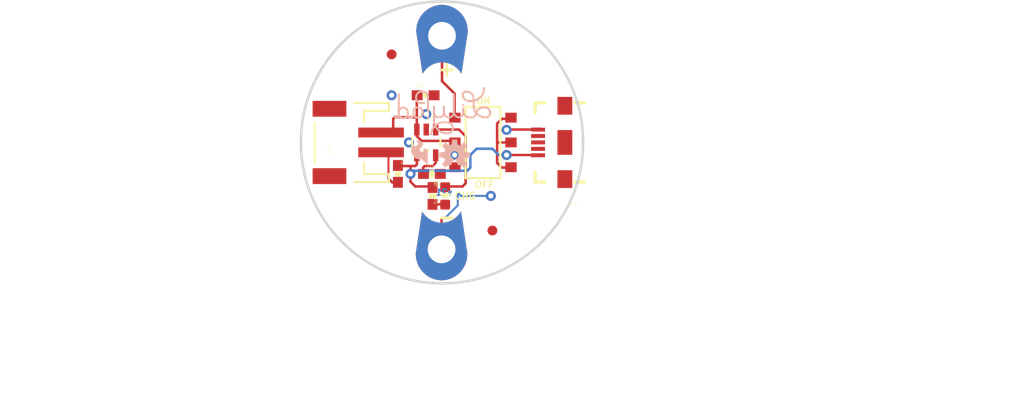
<source format=kicad_pcb>
(kicad_pcb (version 20211014) (generator pcbnew)
  (layers (0 "F.Cu" signal) (31 "B.Cu" signal) (34 "B.Paste" user) (35 "F.Paste" user) (36 "B.SilkS" user "B.Silkscreen") (37 "F.SilkS" user "F.Silkscreen") (38 "B.Mask" user) (39 "F.Mask" user) (44 "Edge.Cuts" user))
  (net 0 "")
  (net 1 "N$1")
  (net 2 "SINK1")
  (net 3 "N$3")
  (net 4 "N$4")
  (net 5 "N$5")
  (net 6 "N$7")
  (net 7 "VCC")
  (net 8 "GND")
  (footprint "boardEagle:0603-RES" (layer "F.Cu") (at 147.4851 108.1786 180)
    (fp_text reference "R4" (at -0.889 -0.762 180) (layer "F.SilkS") (effects (font (size 0.373888 0.373888) (thickness 0.032512)) (justify right top)))
    (fp_text value "2.0k")
    (fp_poly (pts (xy -0.2286 0.381) (xy 0.2286 0.381) (xy 0.2286 -0.381) (xy -0.2286 -0.381)) (layer "F.SilkS") (width 0) (fill solid))
    (pad "1" smd rect (at -0.85 0 180) (size 1.1 1) (layers "F.Cu" "F.Paste" "F.Mask") (net 8 "GND"))
    (pad "2" smd rect (at 0.85 0 180) (size 1.1 1) (layers "F.Cu" "F.Paste" "F.Mask") (net 6 "N$7"))
  )
  (footprint "boardEagle:SOT23-5" (layer "F.Cu") (at 146.9136 105.0036 180)
    (fp_text reference "U1" (at -0.889 -2.159 180) (layer "F.SilkS") (effects (font (size 0.373888 0.373888) (thickness 0.032512)) (justify right top)))
    (fp_text value "MCP73831")
    (fp_line (start -1.4224 0.4294) (end -1.4224 -0.4294) (layer "F.SilkS") (width 0.2032))
    (fp_line (start -0.2684 -0.8104) (end 0.2684 -0.8104) (layer "F.SilkS") (width 0.2032))
    (fp_line (start 1.4224 -0.4294) (end 1.4224 0.4294) (layer "F.SilkS") (width 0.2032))
    (pad "1" smd rect (at -0.95 1.3001 180) (size 0.55 1.2) (layers "F.Cu" "F.Paste" "F.Mask") (net 4 "N$4"))
    (pad "2" smd rect (at 0 1.3001 180) (size 0.55 1.2) (layers "F.Cu" "F.Paste" "F.Mask") (net 8 "GND"))
    (pad "3" smd rect (at 0.95 1.3001 180) (size 0.55 1.2) (layers "F.Cu" "F.Paste" "F.Mask") (net 1 "N$1"))
    (pad "4" smd rect (at 0.95 -1.3001 180) (size 0.55 1.2) (layers "F.Cu" "F.Paste" "F.Mask") (net 3 "N$3"))
    (pad "5" smd rect (at -0.95 -1.3001 180) (size 0.55 1.2) (layers "F.Cu" "F.Paste" "F.Mask") (net 6 "N$7"))
  )
  (footprint "boardEagle:CREATIVE_COMMONS" (layer "F.Cu") (at 124.263979 129.2606)
    (fp_text reference "FRAME1" hide)
    (fp_text value "" hide)
  )
  (footprint "boardEagle:SEW-HOLE-NO-PAD" (layer "F.Cu") (at 156.1211 113.8936)
    (fp_text reference "STANDOFF3" hide)
    (fp_text value "SEW-HOLE-NO-PAD" hide)
    (pad "" np_thru_hole circle (at 0 0) (size 2.54 2.54) (drill 2.54) (layers *.Cu *.Mask))
  )
  (footprint "boardEagle:PETAL-LONG-1-2SIDE" (layer "F.Cu") (at 148.45665 115.824 90)
    (fp_text reference "JP3" hide)
    (fp_text value "SEWTAP9" hide)
    (fp_poly (pts (xy 3.845293 -1.965943) (xy 3.436679 -1.639456) (xy 3.239465 -1.435488) (xy 3.06993 -1.208009) (xy 2.930836 -0.960723) (xy 2.824474 -0.697703) (xy 2.752583 -0.423251) (xy 2.716339 -0.141854) (xy 2.716339 0.141854) (xy 2.752583 0.423251) (xy 2.824474 0.697703) (xy 2.930836 0.960723) (xy 3.06993 1.208009) (xy 3.239465 1.435488) (xy 3.436679 1.639456) (xy 3.845293 1.965943) (xy -0.397563 2.602371) (xy -1.031149 2.537976) (xy -1.34169 2.447831) (xy -1.636263 2.322127) (xy -1.913539 2.161836) (xy -2.169474 1.969295) (xy -2.400337 1.74731) (xy -2.602763 1.499119) (xy -2.773801 1.228341) (xy -2.910956 0.938921) (xy -3.012228 0.635081) (xy -3.076143 0.32125) (xy -3.102174 -0.003086) (xy -3.013222 -0.632159) (xy -2.91098 -0.938933) (xy -2.773828 -1.228358) (xy -2.602793 -1.499143) (xy -2.400366 -1.747337) (xy -2.1695 -1.969324) (xy -1.91356 -2.161866) (xy -1.63628 -2.322156) (xy -1.341701 -2.447856) (xy -1.034119 -2.537134) (xy -0.718018 -2.588688) (xy -0.394489 -2.60191)) (layer "F.Cu") (width 0) (fill solid))
    (fp_poly (pts (xy 3.845293 -1.965943) (xy 3.436679 -1.639456) (xy 3.239465 -1.435488) (xy 3.06993 -1.208009) (xy 2.930836 -0.960723) (xy 2.824474 -0.697703) (xy 2.752583 -0.423251) (xy 2.716339 -0.141854) (xy 2.716339 0.141854) (xy 2.752583 0.423251) (xy 2.824474 0.697703) (xy 2.930836 0.960723) (xy 3.06993 1.208009) (xy 3.239465 1.435488) (xy 3.436679 1.639456) (xy 3.845293 1.965943) (xy -0.394489 2.60191) (xy -0.718018 2.588688) (xy -1.034119 2.537134) (xy -1.341701 2.447856) (xy -1.63628 2.322156) (xy -1.91356 2.161866) (xy -2.1695 1.969324) (xy -2.400366 1.747337) (xy -2.602793 1.499143) (xy -2.773828 1.228358) (xy -2.91098 0.938933) (xy -3.013222 0.632159) (xy -3.102174 0.003086) (xy -3.076143 -0.32125) (xy -3.012228 -0.635081) (xy -2.910956 -0.938921) (xy -2.773801 -1.228341) (xy -2.602763 -1.499119) (xy -2.400337 -1.74731) (xy -2.169474 -1.969295) (xy -1.913539 -2.161836) (xy -1.636263 -2.322127) (xy -1.34169 -2.447831) (xy -1.031149 -2.537976) (xy -0.397563 -2.602371)) (layer "B.Cu") (width 0) (fill solid))
    (pad "1" thru_hole circle (at 0.03 0 90) (size 4.064 4.064) (drill 2.794) (layers *.Cu *.Mask) (net 8 "GND"))
  )
  (footprint "boardEagle:FIDUCIAL-1X2" (layer "F.Cu") (at 143.4211 96.1136)
    (fp_text reference "FID1" hide)
    (fp_text value "FIDUCIAL1X2" hide)
    (pad "1" smd roundrect (at 0 0) (size 1 1) (layers "F.Cu" "F.Mask") (roundrect_rratio 0.5))
  )
  (footprint "boardEagle:AYZ0202" (layer "F.Cu") (at 152.6286 105.0036 -90)
    (fp_text reference "S1" (at -2.54 -1.143 -90) (layer "F.SilkS") (effects (font (size 0.373888 0.373888) (thickness 0.032512)) (justify left bottom)))
    (fp_text value "DPDT")
    (fp_line (start 3.6 -1.75) (end -3.6 -1.75) (layer "F.SilkS") (width 0.2032))
    (fp_line (start -3.6 1.75) (end 3.6 1.75) (layer "F.SilkS") (width 0.2032))
    (fp_line (start 3.6 1.75) (end 3.6 -1.75) (layer "F.SilkS") (width 0.2032))
    (fp_line (start -3.6 -1.75) (end -3.6 1.75) (layer "F.SilkS") (width 0.2032))
    (pad "" np_thru_hole circle (at 1.5 0 270) (size 0.85 0.85) (drill 0.85) (layers *.Cu *.Mask))
    (pad "" np_thru_hole circle (at -1.5 0 270) (size 0.85 0.85) (drill 0.85) (layers *.Cu *.Mask))
    (pad "1" smd rect (at -2.5 -2.825 270) (size 1 1.15) (layers "F.Cu" "F.Paste" "F.Mask") (net 2 "SINK1"))
    (pad "2" smd rect (at 0 -2.825 270) (size 1 1.15) (layers "F.Cu" "F.Paste" "F.Mask") (net 2 "SINK1"))
    (pad "3" smd rect (at 2.5 -2.825 270) (size 1 1.15) (layers "F.Cu" "F.Paste" "F.Mask") (net 2 "SINK1"))
    (pad "4" smd rect (at -2.5 2.825 270) (size 1 1.15) (layers "F.Cu" "F.Paste" "F.Mask") (net 7 "VCC"))
    (pad "5" smd rect (at 0 2.825 270) (size 1 1.15) (layers "F.Cu" "F.Paste" "F.Mask") (net 1 "N$1"))
    (pad "6" smd rect (at 2.5 2.825 270) (size 1 1.15) (layers "F.Cu" "F.Paste" "F.Mask"))
  )
  (footprint "boardEagle:LED-0603" (layer "F.Cu") (at 148.8186 110.4011)
    (fp_text reference "D1" (at -0.6985 0.889 90) (layer "F.SilkS") (effects (font (size 0.373888 0.373888) (thickness 0.032512)) (justify left bottom)))
    (fp_text value "Yellow")
    (fp_line (start 0.46 -0.17) (end 0 -0.17) (layer "F.SilkS") (width 0.2032))
    (fp_line (start -0.46 -0.17) (end 0 -0.17) (layer "F.SilkS") (width 0.2032))
    (fp_line (start -0.0254 -0.1546) (end -0.2184 0.14) (layer "F.SilkS") (width 0.2032))
    (fp_line (start 0 -0.17) (end 0.2338 0.14) (layer "F.SilkS") (width 0.2032))
    (pad "A" smd roundrect (at 0 0.877) (size 1 1) (layers "F.Cu" "F.Paste" "F.Mask") (roundrect_rratio 0.15) (net 5 "N$5"))
    (pad "C" smd roundrect (at 0 -0.877) (size 1 1) (layers "F.Cu" "F.Paste" "F.Mask") (roundrect_rratio 0.15) (net 4 "N$4"))
  )
  (footprint "boardEagle:REVISION" (layer "F.Cu") (at 135.8011 131.6736)
    (fp_text reference "U$6" hide)
    (fp_text value "REVISION" hide)
  )
  (footprint "boardEagle:SEW-HOLE-NO-PAD" (layer "F.Cu") (at 140.8811 96.1136)
    (fp_text reference "STANDOFF1" hide)
    (fp_text value "SEW-HOLE-NO-PAD" hide)
    (pad "" np_thru_hole circle (at 0 0) (size 2.54 2.54) (drill 2.54) (layers *.Cu *.Mask))
  )
  (footprint "boardEagle:USB-B-MICRO-SMD_V03" (layer "F.Cu") (at 160.8836 105.0036 180)
    (fp_text reference "JP4" (at -1.27 -5.969 180) (layer "F.SilkS") (effects (font (size 0.373888 0.373888) (thickness 0.032512)) (justify right top)))
    (fp_text value "USB_MICROB_PLUGCONN-11752")
    (fp_line (start 3 4) (end 3 3) (layer "F.SilkS") (width 0.3048))
    (fp_line (start 2 4) (end 3 4) (layer "F.SilkS") (width 0.3048))
    (fp_line (start 3 -4) (end 3 -3) (layer "F.SilkS") (width 0.3048))
    (fp_line (start 2.981959 -3.992881) (end 2 -3.992881) (layer "F.SilkS") (width 0.3048))
    (fp_line (start -1 -4) (end -2 -4) (layer "F.SilkS") (width 0.3048))
    (fp_line (start -1 4) (end -2 4) (layer "F.SilkS") (width 0.3048))
    (fp_line (start 2 -3.992881) (end 2 -4) (layer "F.SilkS") (width 0.3048))
    (pad "" np_thru_hole circle (at 2.2 -1.9 180) (size 0.85 0.85) (drill 0.85) (layers *.Cu *.Mask))
    (pad "" np_thru_hole circle (at 2.2 1.9 180) (size 0.85 0.85) (drill 0.85) (layers *.Cu *.Mask))
    (pad "D+1" smd rect (at 2.7 0 270) (size 0.4 1.4) (layers "F.Cu" "F.Paste" "F.Mask"))
    (pad "D-1" smd rect (at 2.7 -0.65 270) (size 0.4 1.4) (layers "F.Cu" "F.Paste" "F.Mask"))
    (pad "GND1" smd rect (at 2.7 1.3 270) (size 0.4 1.4) (layers "F.Cu" "F.Paste" "F.Mask") (net 8 "GND"))
    (pad "ID1" smd rect (at 2.7 0.65 270) (size 0.4 1.4) (layers "F.Cu" "F.Paste" "F.Mask"))
    (pad "SHIELD1" smd rect (at 0 -3.7 270) (size 1.8 1.5) (layers "F.Cu"))
    (pad "SHIELD2" smd rect (at 0 3.7 270) (size 1.8 1.5) (layers "F.Cu"))
    (pad "SHIELD3" smd rect (at 0 0 270) (size 2.5 1.5) (layers "F.Cu"))
    (pad "VBUS1" smd rect (at 2.7 -1.3 270) (size 0.4 1.4) (layers "F.Cu" "F.Paste" "F.Mask") (net 3 "N$3"))
  )
  (footprint "boardEagle:JST-2-SMD" (layer "F.Cu") (at 138.6586 105.0036 90)
    (fp_text reference "JP1" (at -1.27 -1.27 90) (layer "F.SilkS") (effects (font (size 0.373888 0.373888) (thickness 0.032512)) (justify left bottom)))
    (fp_text value "M02-JST-2MM-SMT")
    (fp_line (start 3.2 2) (end 3.2 4.5) (layer "F.SilkS") (width 0.2032))
    (fp_line (start 2 -3) (end -2 -3) (layer "F.SilkS") (width 0.2032))
    (fp_line (start -4 1) (end -4 4.5) (layer "F.SilkS") (width 0.2032))
    (fp_line (start -4 4.5) (end -3.2 4.5) (layer "F.SilkS") (width 0.2032))
    (fp_line (start -3.2 2) (end -2 2) (layer "F.SilkS") (width 0.2032))
    (fp_line (start -3.2 4.5) (end -3.2 2) (layer "F.SilkS") (width 0.2032))
    (fp_line (start 4 4.5) (end 4 1) (layer "F.SilkS") (width 0.2032))
    (fp_line (start 2 2) (end 3.2 2) (layer "F.SilkS") (width 0.2032))
    (fp_line (start 3.2 4.5) (end 4 4.5) (layer "F.SilkS") (width 0.2032))
    (pad "1" smd rect (at -1 3.7 90) (size 1 4.6) (layers "F.Cu" "F.Paste" "F.Mask") (net 8 "GND"))
    (pad "2" smd rect (at 1 3.7 90) (size 1 4.6) (layers "F.Cu" "F.Paste" "F.Mask") (net 1 "N$1"))
    (pad "NC1" smd rect (at -3.4 -1.5 180) (size 3.4 1.6) (layers "F.Cu" "F.Paste" "F.Mask"))
    (pad "NC2" smd rect (at 3.4 -1.5 180) (size 3.4 1.6) (layers "F.Cu" "F.Paste" "F.Mask"))
  )
  (footprint "boardEagle:0603-RES" (layer "F.Cu") (at 147.5486 110.4011 -90)
    (fp_text reference "R3" (at -0.889 -0.762 -90) (layer "F.SilkS") (effects (font (size 0.373888 0.373888) (thickness 0.032512)) (justify left bottom)))
    (fp_text value "330")
    (fp_poly (pts (xy -0.2286 0.381) (xy 0.2286 0.381) (xy 0.2286 -0.381) (xy -0.2286 -0.381)) (layer "F.SilkS") (width 0) (fill solid))
    (pad "1" smd rect (at -0.85 0 270) (size 1.1 1) (layers "F.Cu" "F.Paste" "F.Mask") (net 3 "N$3"))
    (pad "2" smd rect (at 0.85 0 270) (size 1.1 1) (layers "F.Cu" "F.Paste" "F.Mask") (net 5 "N$5"))
  )
  (footprint "boardEagle:SEW-HOLE-NO-PAD" (layer "F.Cu") (at 140.8811 113.8936)
    (fp_text reference "STANDOFF4" hide)
    (fp_text value "SEW-HOLE-NO-PAD" hide)
    (pad "" np_thru_hole circle (at 0 0) (size 2.54 2.54) (drill 2.54) (layers *.Cu *.Mask))
  )
  (footprint "boardEagle:0603-CAP" (layer "F.Cu") (at 144.0561 108.1786 -90)
    (fp_text reference "C1" (at -0.889 -0.762 -90) (layer "F.SilkS") (effects (font (size 0.373888 0.373888) (thickness 0.032512)) (justify left bottom)))
    (fp_text value "4.7uF")
    (fp_line (start 0 -0.0305) (end 0 0.0305) (layer "F.SilkS") (width 0.5588))
    (pad "1" smd rect (at -0.85 0 270) (size 1.1 1) (layers "F.Cu" "F.Paste" "F.Mask") (net 3 "N$3"))
    (pad "2" smd rect (at 0.85 0 270) (size 1.1 1) (layers "F.Cu" "F.Paste" "F.Mask") (net 8 "GND"))
  )
  (footprint "boardEagle:PETAL-LONG-1-2SIDE" (layer "F.Cu") (at 148.5011 94.2086 -90)
    (fp_text reference "JP2" hide)
    (fp_text value "SEWTAP9" hide)
    (fp_poly (pts (xy 3.845293 -1.965943) (xy 3.436679 -1.639456) (xy 3.239465 -1.435488) (xy 3.06993 -1.208009) (xy 2.930836 -0.960723) (xy 2.824474 -0.697703) (xy 2.752583 -0.423251) (xy 2.716339 -0.141854) (xy 2.716339 0.141854) (xy 2.752583 0.423251) (xy 2.824474 0.697703) (xy 2.930836 0.960723) (xy 3.06993 1.208009) (xy 3.239465 1.435488) (xy 3.436679 1.639456) (xy 3.845293 1.965943) (xy -0.397563 2.602371) (xy -1.031149 2.537976) (xy -1.34169 2.447831) (xy -1.636263 2.322127) (xy -1.913539 2.161836) (xy -2.169474 1.969295) (xy -2.400337 1.74731) (xy -2.602763 1.499119) (xy -2.773801 1.228341) (xy -2.910956 0.938921) (xy -3.012228 0.635081) (xy -3.076143 0.32125) (xy -3.102174 -0.003086) (xy -3.013222 -0.632159) (xy -2.91098 -0.938933) (xy -2.773828 -1.228358) (xy -2.602793 -1.499143) (xy -2.400366 -1.747337) (xy -2.1695 -1.969324) (xy -1.91356 -2.161866) (xy -1.63628 -2.322156) (xy -1.341701 -2.447856) (xy -1.034119 -2.537134) (xy -0.718018 -2.588688) (xy -0.394489 -2.60191)) (layer "F.Cu") (width 0) (fill solid))
    (fp_poly (pts (xy 3.845293 -1.965943) (xy 3.436679 -1.639456) (xy 3.239465 -1.435488) (xy 3.06993 -1.208009) (xy 2.930836 -0.960723) (xy 2.824474 -0.697703) (xy 2.752583 -0.423251) (xy 2.716339 -0.141854) (xy 2.716339 0.141854) (xy 2.752583 0.423251) (xy 2.824474 0.697703) (xy 2.930836 0.960723) (xy 3.06993 1.208009) (xy 3.239465 1.435488) (xy 3.436679 1.639456) (xy 3.845293 1.965943) (xy -0.394489 2.60191) (xy -0.718018 2.588688) (xy -1.034119 2.537134) (xy -1.341701 2.447856) (xy -1.63628 2.322156) (xy -1.91356 2.161866) (xy -2.1695 1.969324) (xy -2.400366 1.747337) (xy -2.602793 1.499143) (xy -2.773828 1.228358) (xy -2.91098 0.938933) (xy -3.013222 0.632159) (xy -3.102174 0.003086) (xy -3.076143 -0.32125) (xy -3.012228 -0.635081) (xy -2.910956 -0.938921) (xy -2.773801 -1.228341) (xy -2.602763 -1.499119) (xy -2.400337 -1.74731) (xy -2.169474 -1.969295) (xy -1.913539 -2.161836) (xy -1.636263 -2.322127) (xy -1.34169 -2.447831) (xy -1.031149 -2.537976) (xy -0.397563 -2.602371)) (layer "B.Cu") (width 0) (fill solid))
    (pad "1" thru_hole circle (at 0.03 0 270) (size 4.064 4.064) (drill 2.794) (layers *.Cu *.Mask) (net 7 "VCC"))
  )
  (footprint "boardEagle:FIDUCIAL-1X2" (layer "F.Cu") (at 153.5811 113.8936)
    (fp_text reference "FID2" hide)
    (fp_text value "FIDUCIAL1X2" hide)
    (pad "1" smd roundrect (at 0 0) (size 1 1) (layers "F.Cu" "F.Mask") (roundrect_rratio 0.5))
  )
  (footprint "boardEagle:SEW-HOLE-NO-PAD" (layer "F.Cu") (at 156.1211 96.1136)
    (fp_text reference "STANDOFF2" hide)
    (fp_text value "SEW-HOLE-NO-PAD" hide)
    (pad "" np_thru_hole circle (at 0 0) (size 2.54 2.54) (drill 2.54) (layers *.Cu *.Mask))
  )
  (footprint "boardEagle:0603-CAP" (layer "F.Cu") (at 146.8501 100.2411)
    (fp_text reference "C2" (at -0.889 -0.762) (layer "F.SilkS") (effects (font (size 0.373888 0.373888) (thickness 0.032512)) (justify left bottom)))
    (fp_text value "4.7uF")
    (fp_line (start 0 -0.0305) (end 0 0.0305) (layer "F.SilkS") (width 0.5588))
    (pad "1" smd rect (at -0.85 0) (size 1.1 1) (layers "F.Cu" "F.Paste" "F.Mask") (net 1 "N$1"))
    (pad "2" smd rect (at 0.85 0) (size 1.1 1) (layers "F.Cu" "F.Paste" "F.Mask") (net 8 "GND"))
  )
  (footprint "boardEagle:SFE_LOGO_FLAME_.1" (layer "B.Cu") (at 147.38985 107.70235 180)
    (fp_text reference "JP5" hide)
    (fp_text value "SFE_LOGO_FLAME.1_INCH" hide)
    (fp_poly (pts (xy 1.400856 2.872412) (xy 1.481136 2.832272) (xy 1.541341 2.802169) (xy 1.581668 2.771924) (xy 1.596132 2.75746) (xy 1.5794 2.75746) (xy 1.5594 2.76746) (xy 1.500312 2.76746) (xy 1.460557 2.757521) (xy 1.410831 2.747576) (xy 1.37134 2.72783) (xy 1.331871 2.698229) (xy 1.312203 2.668726) (xy 1.302353 2.649026) (xy 1.29254 2.619587) (xy 1.29254 2.560312) (xy 1.302357 2.521042) (xy 1.341973 2.461619) (xy 1.401668 2.401924) (xy 1.441472 2.372071) (xy 1.471274 2.352203) (xy 1.510888 2.332396) (xy 1.590312 2.31254) (xy 1.619587 2.31254) (xy 1.648629 2.322221) (xy 1.677912 2.351504) (xy 1.687647 2.370974) (xy 1.69746 2.400413) (xy 1.69746 2.494583) (xy 1.781656 2.44196) (xy 1.862034 2.351535) (xy 1.932311 2.2411) (xy 1.982465 2.090639) (xy 2.012554 1.930162) (xy 2.002521 1.759598) (xy 1.952375 1.569045) (xy 1.852125 1.388595) (xy 1.781908 1.298316) (xy 1.701736 1.218144) (xy 1.621502 1.147939) (xy 1.521132 1.087717) (xy 1.420808 1.047588) (xy 1.310544 1.017516) (xy 1.19021 0.99746) (xy 1.000208 0.99746) (xy 0.940894 0.987574) (xy 0.841574 0.927982) (xy 0.741869 0.828277) (xy 0.681929 0.758347) (xy 0.621865 0.688273) (xy 0.501876 0.568284) (xy 0.451878 0.508285) (xy 0.402017 0.458425) (xy 0.372017 0.408425) (xy 0.32254 0.358948) (xy 0.32254 0.35254) (xy 0.31746 0.35254) (xy 0.31746 1.730158) (xy 0.327504 1.810509) (xy 0.34765 1.88102) (xy 0.377822 1.931307) (xy 0.408057 1.981698) (xy 0.458444 2.022008) (xy 0.498745 2.052234) (xy 0.549273 2.072445) (xy 0.599542 2.082499) (xy 0.65979 2.09254) (xy 0.7806 2.09254) (xy 0.824288 2.070696) (xy 0.811505 2.057912) (xy 0.791136 2.047728) (xy 0.770974 2.037647) (xy 0.741372 2.02778) (xy 0.68222 1.968628) (xy 0.67254 1.939587) (xy 0.67254 1.900413) (xy 0.682303 1.871124) (xy 0.701973 1.841619) (xy 0.761428 1.782164) (xy 0.810723 1.762446) (xy 0.860253 1.75254) (xy 0.939688 1.75254) (xy 1.018958 1.772357) (xy 1.078263 1.811894) (xy 1.117733 1.861232) (xy 1.13746 1.920413) (xy 1.13746 1.98954) (xy 1.107815 2.068593) (xy 1.038151 2.138257) (xy 0.958095 2.22832) (xy 0.887911 2.308531) (xy 0.837601 2.399089) (xy 0.81746 2.489721) (xy 0.81746 2.570412) (xy 0.847686 2.66109) (xy 0.898085 2.741728) (xy 0.988603 2.812131) (xy 1.099143 2.872426) (xy 1.209771 2.89254) (xy 1.310279 2.89254)) (layer "B.SilkS") (width 0) (fill solid))
  )
  (footprint "boardEagle:LOGO-LILYPAD" (layer "B.Cu") (at 148.5011 101.5111 180)
    (fp_text reference "U$1" hide)
    (fp_text value "LOGO-LPLP" hide)
    (fp_line (start 2.61 1.135) (end 2.61 0.935) (layer "B.SilkS") (width 0.2032))
    (fp_line (start -2.14 -0.365) (end -2.14 -0.065) (layer "B.SilkS") (width 0.2032))
    (fp_line (start -0.49 -1.465) (end -0.29 -1.465) (layer "B.SilkS") (width 0.2032))
    (fp_line (start -3.19 0.235) (end -3.19 0.935) (layer "B.SilkS") (width 0.2032))
    (fp_line (start -2.14 -0.365) (end -2.14 -0.515) (layer "B.SilkS") (width 0.2032))
    (fp_line (start 2.11 0.485) (end 1.81 0.485) (layer "B.SilkS") (width 0.2032))
    (fp_line (start -2.94 0.685) (end -2.79 0.685) (layer "B.SilkS") (width 0.2032))
    (fp_line (start 1.41 -0.965) (end 1.41 1.135) (layer "B.SilkS") (width 0.2032))
    (fp_line (start -1.19 -0.465) (end -1.19 -0.415) (layer "B.SilkS") (width 0.2032))
    (fp_line (start 3.46 -0.715) (end 3.46 -0.465) (layer "B.SilkS") (width 0.2032))
    (fp_line (start -1.19 -0.265) (end -1.19 1.385) (layer "B.SilkS") (width 0.2032))
    (fp_line (start 3.46 -0.765) (end 3.46 -0.715) (layer "B.SilkS") (width 0.2032))
    (fp_line (start -2.49 1.635) (end -2.39 1.635) (layer "B.SilkS") (width 0.2032))
    (fp_line (start 4.36 -0.615) (end 4.36 1.385) (layer "B.SilkS") (width 0.2032))
    (fp_line (start 2.36 0.035) (end 2.46 0.035) (layer "B.SilkS") (width 0.2032))
    (fp_line (start 2.56 -0.965) (end 2.36 -0.965) (layer "B.SilkS") (width 0.2032))
    (fp_line (start -2.14 0.235) (end -2.14 0.285) (layer "B.SilkS") (width 0.2032))
    (fp_line (start 0.81 -0.465) (end 0.81 0.135) (layer "B.SilkS") (width 0.2032))
    (fp_line (start -0.59 -2.565) (end -0.49 -2.565) (layer "B.SilkS") (width 0.2032))
    (fp_line (start -0.19 -0.465) (end -0.19 0.135) (layer "B.SilkS") (width 0.2032))
    (fp_line (start 2.86 -0.365) (end 2.86 -0.565) (layer "B.SilkS") (width 0.2032))
    (fp_line (start 4.36 -0.715) (end 4.36 -0.815) (layer "B.SilkS") (width 0.2032))
    (fp_line (start 0.81 -1.265) (end 0.81 -0.465) (layer "B.SilkS") (width 0.2032))
    (fp_arc (start 2.86 -0.365) (mid 2.742843 -0.082157) (end 2.46 0.035) (layer "B.SilkS") (width 0.2032))
    (fp_arc (start 4.059999 -1.015) (mid 4.251547 -0.906548) (end 4.36 -0.715) (layer "B.SilkS") (width 0.2032))
    (fp_arc (start -1.19 -0.415) (mid -1.187119 -0.34) (end -1.19 -0.265) (layer "B.SilkS") (width 0.2032))
    (fp_arc (start 3.46 -0.715) (mid 3.697868 -0.989264) (end 4.06 -1.015) (layer "B.SilkS") (width 0.2032))
    (fp_arc (start -4.84 -0.565) (mid -4.697843 -0.858198) (end -4.39 -0.965) (layer "B.SilkS") (width 0.2032))
    (fp_arc (start -1.690001 -0.965) (mid -1.338239 -0.782511) (end -1.19 -0.415) (layer "B.SilkS") (width 0.2032))
    (fp_arc (start -2.79 0.685) (mid -2.305381 0.865025) (end -2.09 1.335) (layer "B.SilkS") (width 0.2032))
    (fp_arc (start 0.31 -0.965) (mid 0.663553 -0.818553) (end 0.81 -0.465) (layer "B.SilkS") (width 0.2032))
    (fp_arc (start -4.24 1.985) (mid -3.859239 1.065761) (end -2.94 0.685) (layer "B.SilkS") (width 0.2032))
    (fp_arc (start 4.36 -0.815) (mid 4.418579 -0.956421) (end 4.56 -1.015) (layer "B.SilkS") (width 0.2032))
    (fp_arc (start 2.01 1.635) (mid 1.606447 1.509264) (end 1.41 1.135) (layer "B.SilkS") (width 0.2032))
    (fp_arc (start 4.36 -0.715) (mid 4.372311 -0.615) (end 4.36 -0.515) (layer "B.SilkS") (width 0.2032))
    (fp_arc (start -1.19 -0.465) (mid -1.043553 -0.818553) (end -0.69 -0.965) (layer "B.SilkS") (width 0.2032))
    (fp_arc (start 2.56 -0.965) (mid 2.792843 -0.827132) (end 2.86 -0.565) (layer "B.SilkS") (width 0.2032))
    (fp_arc (start -3.44 -0.565) (mid -3.790736 -0.068249) (end -4.39 0.035) (layer "B.SilkS") (width 0.2032))
    (fp_arc (start 2.609999 1.134999) (mid 2.413529 1.509234) (end 2.01 1.635) (layer "B.SilkS") (width 0.2032))
    (fp_arc (start -3.44 -0.565) (mid -3.222842 -0.889264) (end -2.839999 -0.964999) (layer "B.SilkS") (width 0.2032))
    (fp_arc (start -2.09 1.335) (mid -2.177868 1.547132) (end -2.39 1.635) (layer "B.SilkS") (width 0.2032))
    (fp_arc (start 4.56 -1.015) (mid 4.701421 -0.956421) (end 4.76 -0.815) (layer "B.SilkS") (width 0.2032))
    (fp_arc (start 2.86 -0.565) (mid 2.902157 -0.816777) (end 3.11 -0.965) (layer "B.SilkS") (width 0.2032))
    (fp_arc (start -4.39 0.035) (mid -4.739264 -0.171802) (end -4.84 -0.565) (layer "B.SilkS") (width 0.2032))
    (fp_arc (start 1.11 -2.665) (mid 0.658528 -1.775051) (end -0.29 -1.465) (layer "B.SilkS") (width 0.2032))
    (fp_arc (start -0.489999 -1.464999) (mid -0.914264 -1.640735) (end -1.09 -2.065) (layer "B.SilkS") (width 0.2032))
    (fp_arc (start -0.49 -2.565) (mid 0.429239 -2.184239) (end 0.81 -1.265) (layer "B.SilkS") (width 0.2032))
    (fp_arc (start -0.69 -0.965) (mid -0.336447 -0.818553) (end -0.19 -0.465) (layer "B.SilkS") (width 0.2032))
    (fp_arc (start 3.11 -0.965) (mid 3.326421 -0.937487) (end 3.46 -0.765) (layer "B.SilkS") (width 0.2032))
    (fp_arc (start -4.39 -0.965) (mid -3.541472 -0.613528) (end -3.19 0.235) (layer "B.SilkS") (width 0.2032))
    (fp_arc (start 3.91 0.035) (mid 3.581447 -0.121802) (end 3.46 -0.465) (layer "B.SilkS") (width 0.2032))
    (fp_arc (start 1.959999 -0.464999) (mid 2.056446 -0.797842) (end 2.36 -0.965) (layer "B.SilkS") (width 0.2032))
    (fp_arc (start -1.09 -2.065) (mid -0.943553 -2.418553) (end -0.59 -2.565) (layer "B.SilkS") (width 0.2032))
    (fp_arc (start -2.14 -0.365) (mid -2.039264 -0.758198) (end -1.69 -0.965) (layer "B.SilkS") (width 0.2032))
    (fp_arc (start 4.36 -0.515) (mid 4.248909 -0.146802) (end 3.91 0.035) (layer "B.SilkS") (width 0.2032))
    (fp_arc (start 2.36 0.035) (mid 2.056447 -0.132157) (end 1.96 -0.465) (layer "B.SilkS") (width 0.2032))
    (fp_arc (start 2.109999 0.484999) (mid 2.453171 0.606475) (end 2.61 0.935) (layer "B.SilkS") (width 0.2032))
    (fp_arc (start -2.49 1.635) (mid -2.984975 1.429975) (end -3.19 0.935) (layer "B.SilkS") (width 0.2032))
    (fp_arc (start -0.19 -0.465) (mid -0.043553 -0.818553) (end 0.31 -0.965) (layer "B.SilkS") (width 0.2032))
    (fp_arc (start -3.190001 -0.914999) (mid -2.582158 -0.932462) (end -2.14 -0.515) (layer "B.SilkS") (width 0.2032))
  )
  (footprint "boardEagle:OSHW-LOGO-S" (layer "B.Cu") (at 149.7711 106.2736 180)
    (fp_text reference "U$5" hide)
    (fp_text value "OSHW-LOGOS" hide)
    (fp_poly (pts (xy 0.301647 1.061351) (xy 0.42347 1.022344) (xy 0.537177 0.963769) (xy 0.92862 1.282946) (xy 1.282946 0.92862) (xy 0.961035 0.533823) (xy 1.057046 0.302084) (xy 1.5638 0.250561) (xy 1.5638 -0.250561) (xy 1.057046 -0.302084) (xy 0.961035 -0.533823) (xy 1.282946 -0.92862) (xy 0.92862 -1.282946) (xy 0.537177 -0.96377) (xy 0.356601 -1.056794) (xy 0.088679 -0.410073) (xy 0.326262 -0.2176) (xy 0.373649 -0.121468) (xy 0.392729 -0.010339) (xy 0.379464 0.101634) (xy 0.334947 0.205229) (xy 0.262842 0.291918) (xy 0.169087 0.354561) (xy 0.061406 0.387999) (xy -0.051342 0.38948) (xy -0.159868 0.358881) (xy -0.255234 0.298724) (xy -0.329589 0.213962) (xy -0.376813 0.111569) (xy -0.392176 0.005767) (xy -0.322923 -0.222565) (xy -0.249312 -0.303773) (xy 0.091677 -0.5081) (xy -0.12929 -0.5081) (xy -0.355332 -1.053732) (xy -0.506597 -0.983577) (xy -0.538922 -0.965192) (xy -0.92862 -1.282946) (xy -1.282946 -0.92862) (xy -0.961035 -0.533823) (xy -1.057046 -0.302084) (xy -1.5638 -0.250561) (xy -1.5638 0.250561) (xy -1.057046 0.302084) (xy -0.961035 0.533823) (xy -1.282946 0.92862) (xy -0.92862 1.282946) (xy -0.533823 0.961035) (xy -0.302084 1.057046) (xy -0.250561 1.5638) (xy 0.250561 1.5638)) (layer "B.SilkS") (width 0) (fill solid))
  )
  (gr_circle (center 148.5011 105.0036) (end 162.7251 105.0036) (layer "Edge.Cuts") (width 0.254) (fill none))
  (gr_text "v21" (at 149.61235 110.4011) (layer "B.Cu") (effects (font (size 0.6096 0.6096) (thickness 0.2032)) (justify left bottom mirror)))
  (gr_text "CHG" (at 149.7076 110.81385) (layer "F.SilkS") (effects (font (size 0.69088 0.69088) (thickness 0.12192)) (justify left bottom)))
  (gr_text "ON" (at 153.48585 100.39985) (layer "F.SilkS") (effects (font (size 0.69088 0.69088) (thickness 0.12192)) (justify right top)))
  (gr_text "-" (at 147.8661 113.3856) (layer "F.SilkS") (effects (font (size 1.5113 1.5113) (thickness 0.2667)) (justify left bottom)))
  (gr_text "+" (at 147.8661 98.4631) (layer "F.SilkS") (effects (font (size 1.5113 1.5113) (thickness 0.2667)) (justify left bottom)))
  (gr_text "OFF" (at 151.7396 109.67085) (layer "F.SilkS") (effects (font (size 0.69088 0.69088) (thickness 0.12192)) (justify left bottom)))
  (segment (start 145.9636 100.2776) (end 146.0001 100.2411) (width 0.254) (layer "F.Cu") (net 1))
  (segment (start 143.57985 102.62235) (end 143.7386 102.4636) (width 0.254) (layer "F.Cu") (net 1))
  (segment (start 149.4861 105.3211) (end 149.8036 105.0036) (width 0.254) (layer "F.Cu") (net 1))
  (segment (start 143.57985 104.0511) (end 143.57985 102.62235) (width 0.254) (layer "F.Cu") (net 1))
  (segment (start 143.53235 104.0036) (end 142.3586 104.0036) (width 0.254) (layer "F.Cu") (net 1))
  (segment (start 143.53235 104.0036) (end 143.57985 104.0511) (width 0.254) (layer "F.Cu") (net 1))
  (segment (start 145.9636 104.3711) (end 146.43735 104.84485) (width 0.254) (layer "F.Cu") (net 1))
  (segment (start 143.7386 102.4636) (end 145.9636 102.4636) (width 0.254) (layer "F.Cu") (net 1))
  (segment (start 145.9636 103.7035) (end 145.9636 102.4636) (width 0.254) (layer "F.Cu") (net 1))
  (segment (start 146.43735 104.84485) (end 149.64485 104.84485) (width 0.254) (layer "F.Cu") (net 1))
  (segment (start 149.64485 104.84485) (end 149.8036 105.0036) (width 0.254) (layer "F.Cu") (net 1))
  (segment (start 145.9636 103.7035) (end 145.9636 104.3711) (width 0.254) (layer "F.Cu") (net 1))
  (segment (start 145.9636 102.4636) (end 145.9636 100.2776) (width 0.254) (layer "F.Cu") (net 1))
  (segment (start 154.05735 107.06735) (end 154.5336 107.5436) (width 0.254) (layer "F.Cu") (net 2))
  (segment (start 155.4136 107.5436) (end 155.4536 107.5036) (width 0.254) (layer "F.Cu") (net 2))
  (segment (start 154.05735 105.0036) (end 154.05735 107.06735) (width 0.254) (layer "F.Cu") (net 2))
  (segment (start 154.5336 102.62235) (end 155.33485 102.62235) (width 0.254) (layer "F.Cu") (net 2))
  (segment (start 154.5336 107.5436) (end 155.4136 107.5436) (width 0.254) (layer "F.Cu") (net 2))
  (segment (start 155.33485 102.62235) (end 155.4536 102.5036) (width 0.254) (layer "F.Cu") (net 2))
  (segment (start 154.05735 103.0986) (end 154.05735 105.0036) (width 0.254) (layer "F.Cu") (net 2))
  (segment (start 154.05735 103.0986) (end 154.5336 102.62235) (width 0.254) (layer "F.Cu") (net 2))
  (segment (start 155.4536 105.0036) (end 154.05735 105.0036) (width 0.254) (layer "F.Cu") (net 2))
  (segment (start 145.9636 106.3037) (end 145.9636 107.2236) (width 0.254) (layer "F.Cu") (net 3))
  (segment (start 147.4461 109.4486) (end 147.5486 109.5511) (width 0.254) (layer "F.Cu") (net 3))
  (segment (start 158.1536 106.2736) (end 158.1836 106.3036) (width 0.254) (layer "F.Cu") (net 3))
  (segment (start 145.80235 109.4486) (end 147.4461 109.4486) (width 0.254) (layer "F.Cu") (net 3))
  (segment (start 145.3261 107.38485) (end 144.11235 107.38485) (width 0.254) (layer "F.Cu") (net 3))
  (segment (start 145.9636 107.2236) (end 145.80235 107.38485) (width 0.254) (layer "F.Cu") (net 3))
  (segment (start 145.80235 107.38485) (end 145.3261 107.38485) (width 0.254) (layer "F.Cu") (net 3))
  (segment (start 144.11235 107.38485) (end 144.0561 107.3286) (width 0.254) (layer "F.Cu") (net 3))
  (segment (start 145.3261 108.97235) (end 145.3261 108.1786) (width 0.254) (layer "F.Cu") (net 3))
  (segment (start 145.80235 109.4486) (end 145.3261 108.97235) (width 0.254) (layer "F.Cu") (net 3))
  (segment (start 145.3261 107.38485) (end 145.3261 108.1786) (width 0.254) (layer "F.Cu") (net 3))
  (segment (start 155.00985 106.2736) (end 158.1536 106.2736) (width 0.254) (layer "F.Cu") (net 3))
  (via (at 145.3261 108.1786) (size 1.016) (drill 0.508) (layers "F.Cu" "B.Cu") (net 3))
  (via (at 155.00985 106.2736) (size 1.016) (drill 0.508) (layers "F.Cu" "B.Cu") (net 3))
  (segment (start 145.6436 107.8611) (end 145.3261 108.1786) (width 0.254) (layer "B.Cu") (net 3))
  (segment (start 155.00985 106.2736) (end 154.2161 106.2736) (width 0.254) (layer "B.Cu") (net 3))
  (segment (start 151.9936 105.6386) (end 151.3586 106.2736) (width 0.254) (layer "B.Cu") (net 3))
  (segment (start 151.3586 106.2736) (end 151.3586 107.5436) (width 0.254) (layer "B.Cu") (net 3))
  (segment (start 151.0411 107.8611) (end 145.6436 107.8611) (width 0.254) (layer "B.Cu") (net 3))
  (segment (start 153.5811 105.6386) (end 151.9936 105.6386) (width 0.254) (layer "B.Cu") (net 3))
  (segment (start 154.2161 106.2736) (end 153.5811 105.6386) (width 0.254) (layer "B.Cu") (net 3))
  (segment (start 151.3586 107.5436) (end 151.0411 107.8611) (width 0.254) (layer "B.Cu") (net 3))
  (segment (start 147.8636 103.7035) (end 150.21725 103.7035) (width 0.254) (layer "F.Cu") (net 4))
  (segment (start 150.88235 109.1311) (end 150.88235 104.3686) (width 0.254) (layer "F.Cu") (net 4))
  (segment (start 150.88235 104.3686) (end 150.21725 103.7035) (width 0.254) (layer "F.Cu") (net 4))
  (segment (start 150.56485 109.4486) (end 148.8941 109.4486) (width 0.254) (layer "F.Cu") (net 4))
  (segment (start 150.88235 109.1311) (end 150.56485 109.4486) (width 0.254) (layer "F.Cu") (net 4))
  (segment (start 148.8941 109.4486) (end 148.8186 109.5241) (width 0.254) (layer "F.Cu") (net 4))
  (segment (start 148.7916 111.2511) (end 148.8186 111.2781) (width 0.254) (layer "F.Cu") (net 5))
  (segment (start 147.5486 111.2511) (end 148.7916 111.2511) (width 0.254) (layer "F.Cu") (net 5))
  (segment (start 146.75485 107.38485) (end 146.5961 107.5436) (width 0.254) (layer "F.Cu") (net 6))
  (segment (start 147.8661 107.06735) (end 147.5486 107.38485) (width 0.254) (layer "F.Cu") (net 6))
  (segment (start 146.5961 108.1396) (end 146.6351 108.1786) (width 0.254) (layer "F.Cu") (net 6))
  (segment (start 147.8661 107.06735) (end 147.8661 106.3062) (width 0.254) (layer "F.Cu") (net 6))
  (segment (start 146.5961 107.5436) (end 146.5961 108.1396) (width 0.254) (layer "F.Cu") (net 6))
  (segment (start 147.5486 107.38485) (end 146.75485 107.38485) (width 0.254) (layer "F.Cu") (net 6))
  (segment (start 147.8661 106.3062) (end 147.8636 106.3037) (width 0.254) (layer "F.Cu") (net 6))
  (segment (start 148.5011 98.81235) (end 148.5011 94.2386) (width 0.254) (layer "F.Cu") (net 7))
  (segment (start 148.5011 98.81235) (end 149.7711 100.08235) (width 0.254) (layer "F.Cu") (net 7))
  (segment (start 149.7711 102.4711) (end 149.8036 102.5036) (width 0.254) (layer "F.Cu") (net 7))
  (segment (start 149.7711 100.08235) (end 149.7711 102.4711) (width 0.254) (layer "F.Cu") (net 7))
  (segment (start 148.5011 112.6236) (end 149.2631 112.6236) (width 0.2032) (layer "F.Cu") (net 8))
  (segment (start 158.1836 103.7036) (end 155.03985 103.7036) (width 0.254) (layer "F.Cu") (net 8))
  (segment (start 143.1036 106.11485) (end 142.46985 106.11485) (width 0.2032) (layer "F.Cu") (net 8))
  (segment (start 144.0561 109.0286) (end 143.47735 109.0286) (width 0.254) (layer "F.Cu") (net 8))
  (segment (start 142.46985 106.11485) (end 142.4686 106.11485) (width 0.2032) (layer "F.Cu") (net 8))
  (segment (start 148.45665 112.66805) (end 148.45665 113.84915) (width 0.254) (layer "F.Cu") (net 8))
  (segment (start 148.45665 112.66805) (end 148.5011 112.6236) (width 0.2032) (layer "F.Cu") (net 8))
  (segment (start 143.1036 108.65485) (end 143.1036 106.11485) (width 0.2032) (layer "F.Cu") (net 8))
  (segment (start 148.5011 115.74955) (end 148.5011 113.8936) (width 0.2032) (layer "F.Cu") (net 8))
  (segment (start 148.5011 115.74955) (end 148.45665 115.794) (width 0.254) (layer "F.Cu") (net 8))
  (segment (start 148.45665 113.84915) (end 148.5011 113.8936) (width 0.254) (layer "F.Cu") (net 8))
  (segment (start 155.03985 103.7036) (end 155.00985 103.7336) (width 0.254) (layer "F.Cu") (net 8))
  (segment (start 143.47735 109.0286) (end 143.1036 108.65485) (width 0.254) (layer "F.Cu") (net 8))
  (via (at 146.9136 102.1461) (size 1.016) (drill 0.508) (layers "F.Cu" "B.Cu") (net 8))
  (via (at 155.00985 103.7336) (size 1.016) (drill 0.508) (layers "F.Cu" "B.Cu") (net 8))
  (via (at 149.7711 106.2736) (size 1.016) (drill 0.508) (layers "F.Cu" "B.Cu") (net 8))
  (via (at 153.42235 110.4011) (size 1.016) (drill 0.508) (layers "F.Cu" "B.Cu") (net 8))
  (via (at 143.4211 100.2411) (size 1.016) (drill 0.508) (layers "F.Cu" "B.Cu") (net 8))
  (via (at 145.16735 105.0036) (size 1.016) (drill 0.508) (layers "F.Cu" "B.Cu") (net 8))
  (segment (start 150.4061 110.4011) (end 150.0886 110.0836) (width 0.2032) (layer "B.Cu") (net 8))
  (segment (start 148.8186 112.6236) (end 148.5011 112.6236) (width 0.2032) (layer "B.Cu") (net 8))
  (segment (start 150.0886 111.3536) (end 148.8186 112.6236) (width 0.2032) (layer "B.Cu") (net 8))
  (segment (start 150.0886 105.3211) (end 149.7711 105.6386) (width 0.254) (layer "B.Cu") (net 8))
  (segment (start 150.0886 110.0836) (end 150.0886 111.3536) (width 0.2032) (layer "B.Cu") (net 8))
  (segment (start 149.7711 105.6386) (end 149.7711 106.2736) (width 0.254) (layer "B.Cu") (net 8))
  (segment (start 153.42235 110.4011) (end 150.4061 110.4011) (width 0.2032) (layer "B.Cu") (net 8))
  (segment (start 148.5011 115.74955) (end 148.45665 115.794) (width 0.2032) (layer "B.Cu") (net 8))
)
</source>
